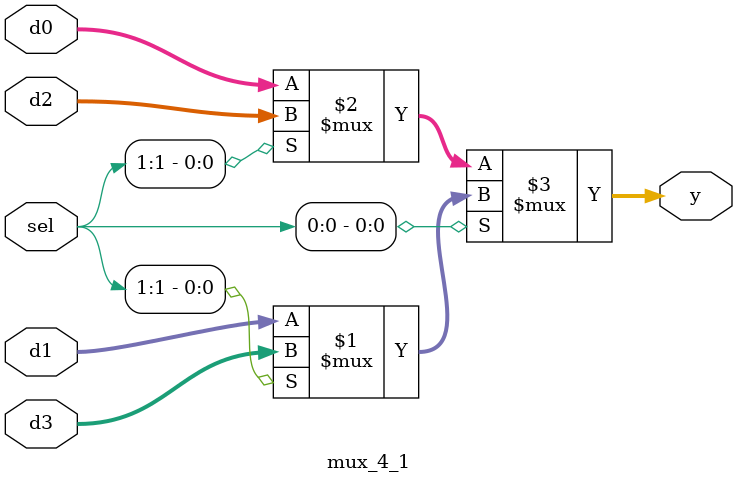
<source format=sv>
/*
module mux_2_1
(
  input  [3:0] d0, d1,
  input        sel,
  output [3:0] y
);

  assign y = sel ? d1 : d0;

endmodule*/

//----------------------------------------------------------------------------
// Task
//----------------------------------------------------------------------------

module mux_4_1
(
  input  [3:0] d0, d1, d2, d3,
  input  [1:0] sel,
  output [3:0] y
);

assign y = sel[0] ? sel[1]? d3 : d1 : sel[1]?  d2 : d0;
  // Task:
  // Using code for mux_2_1 as an example,
  // write code for 4:1 mux using "?:" operator


endmodule

</source>
